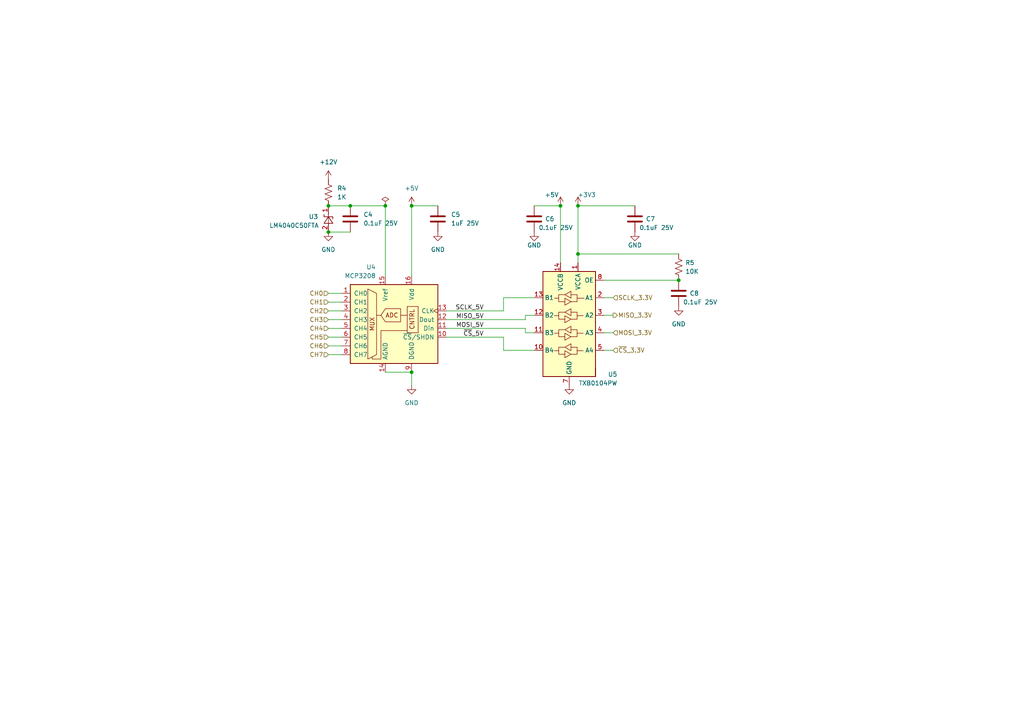
<source format=kicad_sch>
(kicad_sch (version 20230121) (generator eeschema)
  (paper "A4")
  (title_block (title "WCS1700 Calibrator") (date "2023-05-30") (rev "2.1") (company "Toofon Inc.") (comment 1 "Ed Katynski"))
  (lib_symbols
    (symbol "Analog_ADC:MCP3208" (pin_names (offset 1.016))
      (property "Reference" "U" (at -5.08 13.335 0))
      (property "Value" "MCP3208" (at -5.08 11.43 0))
      (symbol "MCP3208_0_0"
        (text "ADC" (at -0.635 1.27 0) (effects (font (size 1.27 1.27))))
        (text "CNTRL" (at 5.969 -2.921 900) (effects (font (size 1.27 1.27)) (justify left bottom)))
        (text "MUX" (at -6.35 -1.27 900) (effects (font (size 1.27 1.27))))
      )
      (symbol "MCP3208_0_1"
        (polyline (pts (xy -3.81 1.27) (xy -5.08 1.27)))
        (polyline (pts (xy 1.905 1.27) (xy 3.81 1.27)))
        (polyline (pts (xy -7.62 8.89) (xy -7.62 -11.43) (xy -5.08 -10.16) (xy -5.08 7.62) (xy -7.62 8.89)))
        (polyline (pts (xy 3.81 -3.175) (xy -3.81 -3.175) (xy -3.81 -11.43) (xy -6.35 -11.43) (xy -6.35 -10.795)))
        (polyline (pts (xy 1.905 3.175) (xy 1.905 -0.635) (xy -2.54 -0.635) (xy -3.81 1.27) (xy -2.54 3.175) (xy 1.905 3.175)))
        (rectangle (start 3.81 -3.81) (end 6.985 3.81))
        (rectangle (start 12.7 -12.7) (end -12.7 10.16) (stroke (width 0.254)) (fill (type background)))
      )
      (symbol "MCP3208_1_1"
        (pin input line (at -15.24 7.62 0) (length 2.54) (name "CH0") (number "1"))
        (pin input line (at 15.24 -5.08 180) (length 2.54) (name "~{CS}/SHDN") (number "10"))
        (pin input line (at 15.24 -2.54 180) (length 2.54) (name "Din") (number "11"))
        (pin output line (at 15.24 0 180) (length 2.54) (name "Dout") (number "12"))
        (pin input clock (at 15.24 2.54 180) (length 2.54) (name "CLK") (number "13"))
        (pin power_in line (at -2.54 -15.24 90) (length 2.54) (name "AGND") (number "14"))
        (pin power_in line (at -2.54 12.7 270) (length 2.54) (name "Vref") (number "15"))
        (pin power_in line (at 5.08 12.7 270) (length 2.54) (name "Vdd") (number "16"))
        (pin input line (at -15.24 5.08 0) (length 2.54) (name "CH1") (number "2"))
        (pin input line (at -15.24 2.54 0) (length 2.54) (name "CH2") (number "3"))
        (pin input line (at -15.24 0 0) (length 2.54) (name "CH3") (number "4"))
        (pin input line (at -15.24 -2.54 0) (length 2.54) (name "CH4") (number "5"))
        (pin input line (at -15.24 -5.08 0) (length 2.54) (name "CH5") (number "6"))
        (pin input line (at -15.24 -7.62 0) (length 2.54) (name "CH6") (number "7"))
        (pin input line (at -15.24 -10.16 0) (length 2.54) (name "CH7") (number "8"))
        (pin power_in line (at 5.08 -15.24 90) (length 2.54) (name "DGND") (number "9"))
      )
    )
    (symbol "Device:C" (pin_numbers hide) (pin_names (offset 0.254))
      (property "Reference" "C" (at 0.635 2.54 0))
      (property "Value" "C" (at 0.635 -2.54 0))
      (symbol "C_0_1"
        (polyline (pts (xy -2.032 -0.762) (xy 2.032 -0.762)) (stroke (width 0.508)))
        (polyline (pts (xy -2.032 0.762) (xy 2.032 0.762)) (stroke (width 0.508)))
      )
      (symbol "C_1_1"
        (pin passive line (at 0 3.81 270) (length 2.794) (name "~") (number "1"))
        (pin passive line (at 0 -3.81 90) (length 2.794) (name "~") (number "2"))
      )
    )
    (symbol "Device:R_US" (pin_numbers hide) (pin_names (offset 0))
      (property "Reference" "R" (at 2.54 0 90))
      (property "Value" "R_US" (at -2.54 0 90))
      (symbol "R_US_0_1"
        (polyline (pts (xy 0 -2.286) (xy 0 -2.54)))
        (polyline (pts (xy 0 2.286) (xy 0 2.54)))
        (polyline (pts (xy 0 -0.762) (xy 1.016 -1.143) (xy 0 -1.524) (xy -1.016 -1.905) (xy 0 -2.286)))
        (polyline (pts (xy 0 0.762) (xy 1.016 0.381) (xy 0 0) (xy -1.016 -0.381) (xy 0 -0.762)))
        (polyline (pts (xy 0 2.286) (xy 1.016 1.905) (xy 0 1.524) (xy -1.016 1.143) (xy 0 0.762)))
      )
      (symbol "R_US_1_1"
        (pin passive line (at 0 3.81 270) (length 1.27) (name "~") (number "1"))
        (pin passive line (at 0 -3.81 90) (length 1.27) (name "~") (number "2"))
      )
    )
    (symbol "Logic_LevelTranslator:TXB0104PW"
      (property "Reference" "U" (at -6.35 16.51 0))
      (property "Value" "TXB0104PW" (at 3.81 16.51 0))
      (symbol "TXB0104PW_0_1"
        (rectangle (start -7.62 -15.24) (end -7.62 -12.7) (stroke (width 0.254)))
        (rectangle (start -7.62 15.24) (end 7.62 -15.24) (stroke (width 0.254)) (fill (type background)))
        (polyline (pts (xy -2.286 -7.747) (xy -2.286 -6.731) (xy -0.508 -6.731)))
        (polyline (pts (xy -2.286 -2.667) (xy -2.286 -1.651) (xy -0.508 -1.651)))
        (polyline (pts (xy -2.286 2.413) (xy -2.286 3.429) (xy -0.508 3.429)))
        (polyline (pts (xy -2.286 7.493) (xy -2.286 8.509) (xy -0.508 8.509)))
        (polyline (pts (xy 3.048 -7.747) (xy 3.048 -8.763) (xy 1.27 -8.763)))
        (polyline (pts (xy 3.048 -2.667) (xy 3.048 -3.683) (xy 1.27 -3.683)))
        (polyline (pts (xy 3.048 2.413) (xy 3.048 1.397) (xy 1.27 1.397)))
        (polyline (pts (xy 3.048 7.493) (xy 3.048 6.477) (xy 1.27 6.477)))
        (polyline (pts (xy -0.508 -8.763) (xy -2.286 -8.763) (xy -2.286 -7.747) (xy -4.064 -7.747)))
        (polyline (pts (xy -0.508 -8.763) (xy 1.27 -7.747) (xy 1.27 -9.779) (xy -0.508 -8.763)))
        (polyline (pts (xy -0.508 -3.683) (xy -2.286 -3.683) (xy -2.286 -2.667) (xy -4.064 -2.667)))
        (polyline (pts (xy -0.508 -3.683) (xy 1.27 -2.667) (xy 1.27 -4.699) (xy -0.508 -3.683)))
        (polyline (pts (xy -0.508 1.397) (xy -2.286 1.397) (xy -2.286 2.413) (xy -4.064 2.413)))
        (polyline (pts (xy -0.508 1.397) (xy 1.27 2.413) (xy 1.27 0.381) (xy -0.508 1.397)))
        (polyline (pts (xy -0.508 6.477) (xy -2.286 6.477) (xy -2.286 7.493) (xy -4.318 7.493)))
        (polyline (pts (xy -0.508 6.477) (xy 1.27 7.493) (xy 1.27 5.461) (xy -0.508 6.477)))
        (polyline (pts (xy 1.27 -6.731) (xy -0.508 -7.747) (xy -0.508 -5.715) (xy 1.27 -6.731)))
        (polyline (pts (xy 1.27 -6.731) (xy 3.048 -6.731) (xy 3.048 -7.747) (xy 4.318 -7.747)))
        (polyline (pts (xy 1.27 -1.651) (xy -0.508 -2.667) (xy -0.508 -0.635) (xy 1.27 -1.651)))
        (polyline (pts (xy 1.27 -1.651) (xy 3.048 -1.651) (xy 3.048 -2.667) (xy 4.318 -2.667)))
        (polyline (pts (xy 1.27 3.429) (xy -0.508 2.413) (xy -0.508 4.445) (xy 1.27 3.429)))
        (polyline (pts (xy 1.27 3.429) (xy 3.048 3.429) (xy 3.048 2.413) (xy 4.318 2.413)))
        (polyline (pts (xy 1.27 8.509) (xy -0.508 7.493) (xy -0.508 9.525) (xy 1.27 8.509)))
        (polyline (pts (xy 1.27 8.509) (xy 3.048 8.509) (xy 3.048 7.493) (xy 4.318 7.493)))
      )
      (symbol "TXB0104PW_1_1"
        (pin power_in line (at -2.54 17.78 270) (length 2.54) (name "VCCA") (number "1"))
        (pin bidirectional line (at 10.16 -7.62 180) (length 2.54) (name "B4") (number "10"))
        (pin bidirectional line (at 10.16 -2.54 180) (length 2.54) (name "B3") (number "11"))
        (pin bidirectional line (at 10.16 2.54 180) (length 2.54) (name "B2") (number "12"))
        (pin bidirectional line (at 10.16 7.62 180) (length 2.54) (name "B1") (number "13"))
        (pin power_in line (at 2.54 17.78 270) (length 2.54) (name "VCCB") (number "14"))
        (pin bidirectional line (at -10.16 7.62 0) (length 2.54) (name "A1") (number "2"))
        (pin bidirectional line (at -10.16 2.54 0) (length 2.54) (name "A2") (number "3"))
        (pin bidirectional line (at -10.16 -2.54 0) (length 2.54) (name "A3") (number "4"))
        (pin bidirectional line (at -10.16 -7.62 0) (length 2.54) (name "A4") (number "5"))
        (pin no_connect line (at -10.16 -12.7 0) (length 2.54) hide (name "NC") (number "6"))
        (pin power_in line (at 0 -17.78 90) (length 2.54) (name "GND") (number "7"))
        (pin input line (at -10.16 12.7 0) (length 2.54) (name "OE") (number "8"))
        (pin no_connect line (at 10.16 -12.7 180) (length 2.54) hide (name "NC") (number "9"))
      )
    )
    (symbol "Reference_Voltage:LM4040DBZ-5" (pin_names (offset 0.0254) hide)
      (property "Reference" "U?" (at -16.51 1.27 90))
      (property "Value" "LM4040C50FTA" (at -16.51 -1.27 90))
      (symbol "LM4040DBZ-5_0_1"
        (polyline (pts (xy -1.27 0) (xy 0 0) (xy 1.27 0)))
        (polyline (pts (xy -1.27 -1.27) (xy 0.635 0) (xy -1.27 1.27) (xy -1.27 -1.27)) (stroke (width 0.2032)))
        (polyline (pts (xy 0 -1.27) (xy 0.635 -1.27) (xy 0.635 1.27) (xy 1.27 1.27)) (stroke (width 0.2032)))
      )
      (symbol "LM4040DBZ-5_1_1"
        (pin passive line (at 3.81 0 180) (length 2.54) (name "K") (number "1"))
        (pin passive line (at -3.81 0 0) (length 2.54) (name "A") (number "2"))
        (pin passive line (at -3.81 0 0) (length 2.54) hide (name "NC") (number "3"))
      )
    )
    (symbol "power:+12V" (power) (pin_names (offset 0))
      (property "Value" "+12V" (at 0 3.556 0))
      (symbol "+12V_0_1"
        (polyline (pts (xy -0.762 1.27) (xy 0 2.54)))
        (polyline (pts (xy 0 0) (xy 0 2.54)))
        (polyline (pts (xy 0 2.54) (xy 0.762 1.27)))
      )
      (symbol "+12V_1_1"
        (pin power_in line (at 0 0 90) (length 0) hide (name "+12V") (number "1"))
      )
    )
    (symbol "power:+3V3" (power) (pin_names (offset 0))
      (property "Value" "+3V3" (at 0 3.556 0))
      (symbol "+3V3_0_1"
        (polyline (pts (xy -0.762 1.27) (xy 0 2.54)))
        (polyline (pts (xy 0 0) (xy 0 2.54)))
        (polyline (pts (xy 0 2.54) (xy 0.762 1.27)))
      )
      (symbol "+3V3_1_1"
        (pin power_in line (at 0 0 90) (length 0) hide (name "+3V3") (number "1"))
      )
    )
    (symbol "power:+5V" (power) (pin_names (offset 0))
      (property "Value" "+5V" (at 0 3.556 0))
      (symbol "+5V_0_1"
        (polyline (pts (xy -0.762 1.27) (xy 0 2.54)))
        (polyline (pts (xy 0 0) (xy 0 2.54)))
        (polyline (pts (xy 0 2.54) (xy 0.762 1.27)))
      )
      (symbol "+5V_1_1"
        (pin power_in line (at 0 0 90) (length 0) hide (name "+5V") (number "1"))
      )
    )
    (symbol "power:GND" (power) (pin_names (offset 0))
      (property "Value" "GND" (at 0 -3.81 0))
      (symbol "GND_0_1"
        (polyline (pts (xy 0 0) (xy 0 -1.27) (xy 1.27 -1.27) (xy 0 -2.54) (xy -1.27 -1.27) (xy 0 -1.27)))
      )
      (symbol "GND_1_1"
        (pin power_in line (at 0 0 270) (length 0) hide (name "GND") (number "1"))
      )
    )
    (symbol "power:PWR_FLAG" (power) (pin_numbers hide) (pin_names (offset 0) hide)
      (property "Value" "PWR_FLAG" (at 0 3.81 0))
      (symbol "PWR_FLAG_0_0"
        (pin power_out line (at 0 0 90) (length 0) (name "pwr") (number "1"))
      )
      (symbol "PWR_FLAG_0_1"
        (polyline (pts (xy 0 0) (xy 0 1.27) (xy -1.016 1.905) (xy 0 2.54) (xy 1.016 1.905) (xy 0 1.27)))
      )
    )
  )
  (junction (at 111.76 59.69))
  (junction (at 101.6 59.69))
  (junction (at 95.25 67.31))
  (junction (at 95.25 59.69))
  (junction (at 196.85 81.28))
  (junction (at 119.38 59.69))
  (junction (at 119.38 107.95))
  (junction (at 162.56 59.69))
  (junction (at 167.64 59.69))
  (junction (at 167.64 73.66))
  (wire (pts (xy 129.54 95.25) (xy 152.4 95.25)))
  (wire (pts (xy 177.8 86.36) (xy 175.26 86.36)))
  (wire (pts (xy 95.25 92.71) (xy 99.06 92.71)))
  (wire (pts (xy 146.05 90.17) (xy 146.05 86.36)))
  (wire (pts (xy 152.4 96.52) (xy 154.94 96.52)))
  (wire (pts (xy 95.25 85.09) (xy 99.06 85.09)))
  (wire (pts (xy 95.25 59.69) (xy 101.6 59.69)))
  (wire (pts (xy 146.05 101.6) (xy 154.94 101.6)))
  (wire (pts (xy 95.25 97.79) (xy 99.06 97.79)))
  (wire (pts (xy 119.38 59.69) (xy 127 59.69)))
  (wire (pts (xy 152.4 91.44) (xy 154.94 91.44)))
  (wire (pts (xy 177.8 96.52) (xy 175.26 96.52)))
  (wire (pts (xy 95.25 87.63) (xy 99.06 87.63)))
  (wire (pts (xy 175.26 81.28) (xy 196.85 81.28)))
  (wire (pts (xy 167.64 73.66) (xy 196.85 73.66)))
  (wire (pts (xy 152.4 92.71) (xy 152.4 91.44)))
  (wire (pts (xy 129.54 90.17) (xy 146.05 90.17)))
  (wire (pts (xy 146.05 86.36) (xy 154.94 86.36)))
  (wire (pts (xy 95.25 100.33) (xy 99.06 100.33)))
  (wire (pts (xy 162.56 59.69) (xy 162.56 76.2)))
  (wire (pts (xy 167.64 73.66) (xy 167.64 76.2)))
  (wire (pts (xy 95.25 95.25) (xy 99.06 95.25)))
  (wire (pts (xy 95.25 67.31) (xy 101.6 67.31)))
  (wire (pts (xy 177.8 91.44) (xy 175.26 91.44)))
  (wire (pts (xy 167.64 59.69) (xy 184.15 59.69)))
  (wire (pts (xy 129.54 92.71) (xy 152.4 92.71)))
  (wire (pts (xy 129.54 97.79) (xy 146.05 97.79)))
  (wire (pts (xy 162.56 59.69) (xy 154.94 59.69)))
  (wire (pts (xy 152.4 95.25) (xy 152.4 96.52)))
  (wire (pts (xy 119.38 59.69) (xy 119.38 80.01)))
  (wire (pts (xy 167.64 59.69) (xy 167.64 73.66)))
  (wire (pts (xy 119.38 107.95) (xy 111.76 107.95)))
  (wire (pts (xy 119.38 111.76) (xy 119.38 107.95)))
  (wire (pts (xy 101.6 59.69) (xy 111.76 59.69)))
  (wire (pts (xy 95.25 90.17) (xy 99.06 90.17)))
  (wire (pts (xy 95.25 102.87) (xy 99.06 102.87)))
  (wire (pts (xy 146.05 97.79) (xy 146.05 101.6)))
  (wire (pts (xy 111.76 59.69) (xy 111.76 80.01)))
  (wire (pts (xy 177.8 101.6) (xy 175.26 101.6)))
  (label "MISO_5V" (at 140.335 92.71 180))
  (label "SCLK_5V" (at 140.335 90.17 180))
  (label "MOSI_5V" (at 140.335 95.25 180))
  (label "~{CS}_5V" (at 140.3001 97.79 180))
  (hierarchical_label "~{CS}_3.3V" (shape input) (at 177.8 101.6 0))
  (hierarchical_label "CH2" (shape input) (at 95.25 90.17 180))
  (hierarchical_label "SCLK_3.3V" (shape input) (at 177.8 86.36 0))
  (hierarchical_label "CH1" (shape input) (at 95.25 87.63 180))
  (hierarchical_label "CH7" (shape input) (at 95.25 102.87 180))
  (hierarchical_label "CH0" (shape input) (at 95.25 85.09 180))
  (hierarchical_label "CH4" (shape input) (at 95.25 95.25 180))
  (hierarchical_label "MISO_3.3V" (shape output) (at 177.8 91.44 0))
  (hierarchical_label "MOSI_3.3V" (shape input) (at 177.8 96.52 0))
  (hierarchical_label "CH6" (shape input) (at 95.25 100.33 180))
  (hierarchical_label "CH5" (shape input) (at 95.25 97.79 180))
  (hierarchical_label "CH3" (shape input) (at 95.25 92.71 180))
  (symbol (lib_id "power:GND") (at 196.85 88.9 0) (mirror y) (unit 1)
    (property "Reference" "#PWR027" (effects hide))
    (property "Value" "GND" (at 196.85 93.98 0))
  )
  (symbol (lib_id "Device:C") (at 127 63.5 0) (unit 1)
    (property "Reference" "C5" (at 130.81 62.2299 0) (effects (justify left)))
    (property "Value" "1uF 25V" (at 130.81 64.7699 0) (effects (justify left)))
    (property "Footprint" "Capacitor_SMD:C_0603_1608Metric_Pad1.08x0.95mm_HandSolder" (effects hide))
  )
  (symbol (lib_id "power:GND") (at 165.1 111.76 0) (mirror y) (unit 1)
    (property "Reference" "#PWR024" (effects hide))
    (property "Value" "GND" (at 165.1 116.84 0))
  )
  (symbol (lib_id "power:GND") (at 95.25 67.31 0) (mirror y) (unit 1)
    (property "Reference" "#PWR018" (effects hide))
    (property "Value" "GND" (at 95.25 72.39 0))
  )
  (symbol (lib_id "Device:C") (at 154.94 63.5 0) (mirror y) (unit 1)
    (property "Reference" "C6" (at 158.115 63.5 0) (effects (justify right)))
    (property "Value" "0.1uF 25V" (at 156.21 66.04 0) (effects (justify right)))
    (property "Footprint" "Capacitor_SMD:C_0603_1608Metric_Pad1.08x0.95mm_HandSolder" (effects hide))
  )
  (symbol (lib_id "Device:C") (at 196.85 85.09 0) (mirror y) (unit 1)
    (property "Reference" "C8" (at 200.025 85.09 0) (effects (justify right)))
    (property "Value" "0.1uF 25V" (at 198.12 87.63 0) (effects (justify right)))
    (property "Footprint" "Capacitor_SMD:C_0603_1608Metric_Pad1.08x0.95mm_HandSolder" (effects hide))
  )
  (symbol (lib_id "Device:R_US") (at 196.85 77.47 180) (unit 1)
    (property "Reference" "R5" (at 198.755 76.1999 0) (effects (justify right)))
    (property "Value" "10K" (at 198.755 78.7399 0) (effects (justify right)))
    (property "Footprint" "Resistor_SMD:R_0603_1608Metric_Pad0.98x0.95mm_HandSolder" (effects hide))
  )
  (symbol (lib_id "power:GND") (at 154.94 67.31 0) (unit 1)
    (property "Reference" "#PWR022" (effects hide))
    (property "Value" "GND" (at 154.94 71.12 0))
  )
  (symbol (lib_id "Reference_Voltage:LM4040DBZ-5") (at 95.25 63.5 90) (unit 1)
    (property "Reference" "U3" (at 89.535 62.865 90) (effects (justify right)))
    (property "Value" "LM4040C50FTA" (at 78.105 65.405 90) (effects (justify right)))
    (property "Footprint" "Package_TO_SOT_SMD:SOT-23" (effects hide))
    (property "Datasheet" "http://www.ti.com/lit/ds/symlink/lm4040-n.pdf" (effects hide))
  )
  (symbol (lib_id "Analog_ADC:MCP3208") (at 114.3 92.71 0) (unit 1)
    (property "Reference" "U4" (at 108.9913 77.47 0) (effects (justify right)))
    (property "Value" "MCP3208" (at 108.9913 80.01 0) (effects (justify right)))
    (property "Footprint" "Package_SO:SOIC-16_3.9x9.9mm_P1.27mm" (effects hide))
    (property "Datasheet" "http://ww1.microchip.com/downloads/en/DeviceDoc/21298c.pdf" (effects hide))
  )
  (symbol (lib_id "power:GND") (at 127 67.31 0) (mirror y) (unit 1)
    (property "Reference" "#PWR021" (effects hide))
    (property "Value" "GND" (at 127 72.39 0))
  )
  (symbol (lib_id "Device:C") (at 101.6 63.5 0) (unit 1)
    (property "Reference" "C4" (at 105.41 62.2299 0) (effects (justify left)))
    (property "Value" "0.1uF 25V" (at 105.41 64.7699 0) (effects (justify left)))
    (property "Footprint" "Capacitor_SMD:C_0603_1608Metric_Pad1.08x0.95mm_HandSolder" (effects hide))
  )
  (symbol (lib_id "Device:C") (at 184.15 63.5 0) (mirror y) (unit 1)
    (property "Reference" "C7" (at 187.325 63.5 0) (effects (justify right)))
    (property "Value" "0.1uF 25V" (at 185.42 66.04 0) (effects (justify right)))
    (property "Footprint" "Capacitor_SMD:C_0603_1608Metric_Pad1.08x0.95mm_HandSolder" (effects hide))
  )
  (symbol (lib_id "power:+12V") (at 95.25 52.07 0) (unit 1)
    (property "Reference" "#PWR017" (effects hide))
    (property "Value" "+12V" (at 95.25 46.99 0))
  )
  (symbol (lib_id "Device:R_US") (at 95.25 55.88 0) (unit 1)
    (property "Reference" "R4" (at 97.79 54.6099 0) (effects (justify left)))
    (property "Value" "1K" (at 97.79 57.1499 0) (effects (justify left)))
    (property "Footprint" "Resistor_SMD:R_0603_1608Metric_Pad0.98x0.95mm_HandSolder" (effects hide))
  )
  (symbol (lib_id "power:GND") (at 119.38 111.76 0) (mirror y) (unit 1)
    (property "Reference" "#PWR020" (effects hide))
    (property "Value" "GND" (at 119.38 116.84 0))
  )
  (symbol (lib_id "Logic_LevelTranslator:TXB0104PW") (at 165.1 93.98 0) (mirror y) (unit 1)
    (property "Reference" "U5" (at 179.07 108.585 0) (effects (justify left)))
    (property "Value" "TXB0104PW" (at 179.07 111.125 0) (effects (justify left)))
    (property "Footprint" "Package_SO:TSSOP-14_4.4x5mm_P0.65mm" (effects hide))
    (property "Datasheet" "http://www.ti.com/lit/ds/symlink/txb0104.pdf" (effects hide))
  )
  (symbol (lib_id "power:GND") (at 184.15 67.31 0) (mirror y) (unit 1)
    (property "Reference" "#PWR026" (effects hide))
    (property "Value" "GND" (at 184.15 71.12 0))
  )
  (symbol (lib_id "power:+5V") (at 119.38 59.69 0) (mirror y) (unit 1)
    (property "Reference" "#PWR019" (effects hide))
    (property "Value" "+5V" (at 119.38 54.61 0))
  )
  (symbol (lib_id "power:+5V") (at 162.56 59.69 0) (unit 1)
    (property "Reference" "#PWR023" (effects hide))
    (property "Value" "+5V" (at 160.02 56.515 0))
  )
  (symbol (lib_id "power:PWR_FLAG") (at 111.76 59.69 0) (unit 1)
    (property "Reference" "#FLG05" (effects hide))
    (property "Value" "PWR_FLAG" (effects hide))
  )
  (symbol (lib_id "power:+3V3") (at 167.64 59.69 0) (unit 1)
    (property "Reference" "#PWR?" (effects hide))
    (property "Value" "+3V3" (at 170.18 56.515 0))
    (instances (project "WCS1700_Calibrator" (path "" (reference "#PWR?") (unit 1)) (path "" (reference "#PWR025") (unit 1))))
  )
)
</source>
